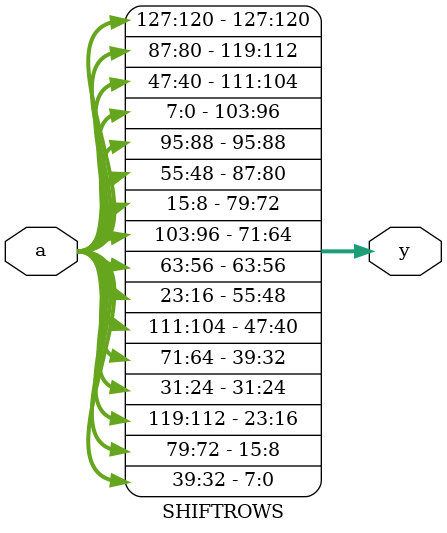
<source format=sv>

module SHIFTROWS(input logic [127:0] a,
				output logic [127:0] y);
				
	assign y[127:120] = a[127:120];	// s'0,0 = s0,0
	assign y[119:112] = a[87:80]; 	// s'1,0 = s1,1
	assign y[111:104] = a[47:40];   // s'2,0 = s2,2
	assign y[103:96]  = a[7:0]; 	// s'3,0 = s3,3
	
	assign y[95:88]   = a[95:88];  	// s'0,1 = s1,1
	assign y[87:80]   = a[55:48];  	// s'1,1 = s1,2
	assign y[79:72]   = a[15:8]; 	// s'2,1 = s2,3
	assign y[71:64]   = a[103:96];  // s'3,1 = s3,0
	
	assign y[63:56]   = a[63:56];   // s'0,2 = s0,2
	assign y[55:48]   = a[23:16]; 	// s'1,2 = s1,3
	assign y[47:40]   = a[111:104];	// s'2,2 = s2,0
	assign y[39:32]   = a[71:64];  	// s'3,2 = s3,1
	
	assign y[31:24]   = a[31:24]; 	// s'0,3 = s0,3
	assign y[23:16]   = a[119:112]; // s'1,3 = s1,0
	assign y[15:8] 	  = a[79:72]; 	// s'2,3 = s2,1
	assign y[7:0] 	  = a[39:32]; 	// s'3,3 = s3,2
					
endmodule
</source>
